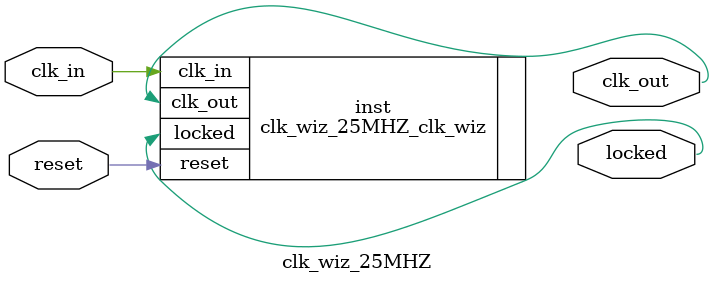
<source format=v>


`timescale 1ps/1ps

(* CORE_GENERATION_INFO = "clk_wiz_25MHZ,clk_wiz_v6_0_6_0_0,{component_name=clk_wiz_25MHZ,use_phase_alignment=true,use_min_o_jitter=false,use_max_i_jitter=false,use_dyn_phase_shift=false,use_inclk_switchover=false,use_dyn_reconfig=false,enable_axi=0,feedback_source=FDBK_AUTO,PRIMITIVE=MMCM,num_out_clk=1,clkin1_period=10.000,clkin2_period=10.000,use_power_down=false,use_reset=true,use_locked=true,use_inclk_stopped=false,feedback_type=SINGLE,CLOCK_MGR_TYPE=NA,manual_override=false}" *)

module clk_wiz_25MHZ 
 (
  // Clock out ports
  output        clk_out,
  // Status and control signals
  input         reset,
  output        locked,
 // Clock in ports
  input         clk_in
 );

  clk_wiz_25MHZ_clk_wiz inst
  (
  // Clock out ports  
  .clk_out(clk_out),
  // Status and control signals               
  .reset(reset), 
  .locked(locked),
 // Clock in ports
  .clk_in(clk_in)
  );

endmodule

</source>
